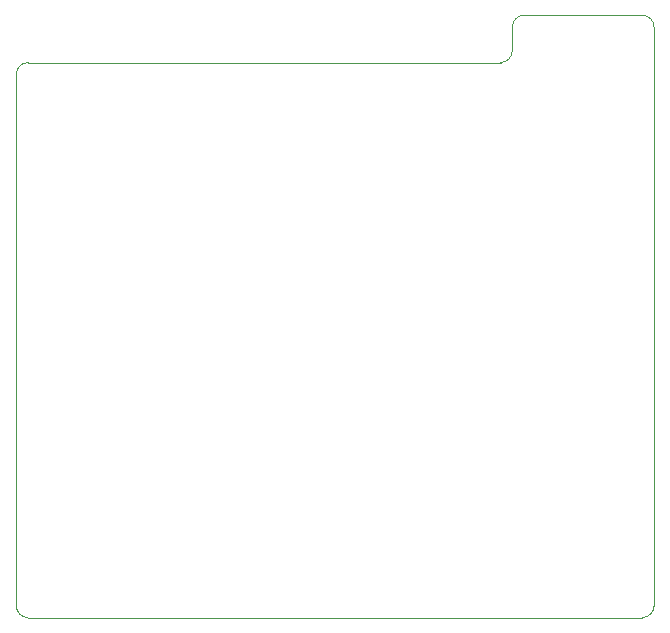
<source format=gbr>
%TF.GenerationSoftware,KiCad,Pcbnew,8.0.6*%
%TF.CreationDate,2025-01-21T14:15:02+01:00*%
%TF.ProjectId,Drivers_PCB,44726976-6572-4735-9f50-43422e6b6963,rev?*%
%TF.SameCoordinates,Original*%
%TF.FileFunction,Profile,NP*%
%FSLAX46Y46*%
G04 Gerber Fmt 4.6, Leading zero omitted, Abs format (unit mm)*
G04 Created by KiCad (PCBNEW 8.0.6) date 2025-01-21 14:15:02*
%MOMM*%
%LPD*%
G01*
G04 APERTURE LIST*
%TA.AperFunction,Profile*%
%ADD10C,0.050000*%
%TD*%
G04 APERTURE END LIST*
D10*
X92000000Y-48000000D02*
G75*
G02*
X93000000Y-47000000I1000000J0D01*
G01*
X134000000Y-46000000D02*
G75*
G02*
X133000000Y-47000000I-1000000J0D01*
G01*
X93000000Y-94000000D02*
G75*
G02*
X92000000Y-93000000I0J1000000D01*
G01*
X146000000Y-44000000D02*
X146000000Y-93000000D01*
X92000000Y-93000000D02*
X92000000Y-48000000D01*
X145000000Y-94000000D02*
X93000000Y-94000000D01*
X134000000Y-46000000D02*
X134000000Y-44000000D01*
X93000000Y-47000000D02*
X133000000Y-47000000D01*
X134000000Y-44000000D02*
G75*
G02*
X135000000Y-43000000I1000000J0D01*
G01*
X145000000Y-43000000D02*
G75*
G02*
X146000000Y-44000000I0J-1000000D01*
G01*
X146000000Y-93000000D02*
G75*
G02*
X145000000Y-94000000I-1000000J0D01*
G01*
X135000000Y-43000000D02*
X145000000Y-43000000D01*
M02*

</source>
